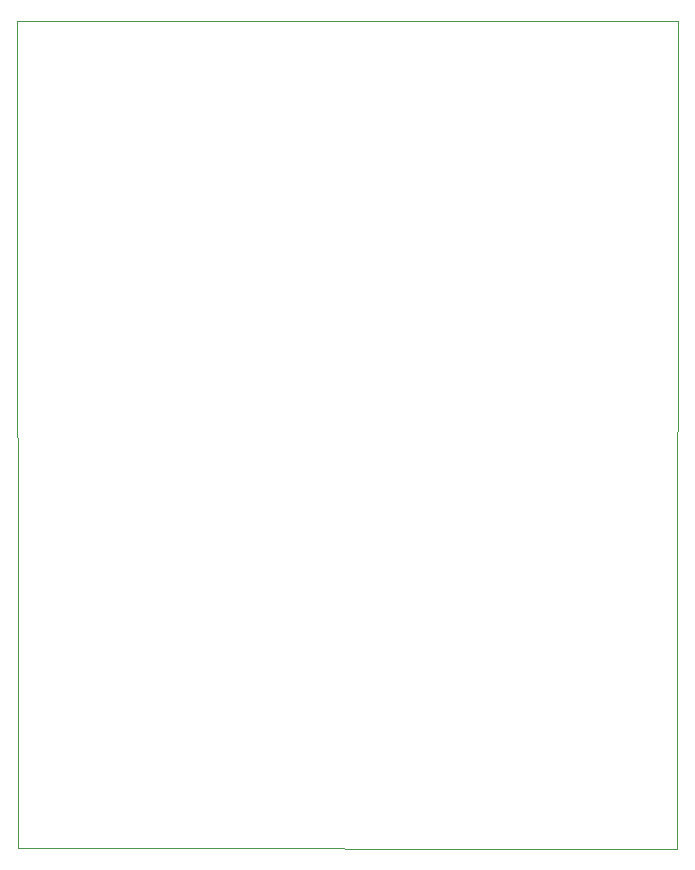
<source format=gbr>
%TF.GenerationSoftware,KiCad,Pcbnew,(6.0.9)*%
%TF.CreationDate,2023-01-25T17:31:36+01:00*%
%TF.ProjectId,sdrt41-tx,73647274-3431-42d7-9478-2e6b69636164,rev?*%
%TF.SameCoordinates,Original*%
%TF.FileFunction,Profile,NP*%
%FSLAX46Y46*%
G04 Gerber Fmt 4.6, Leading zero omitted, Abs format (unit mm)*
G04 Created by KiCad (PCBNEW (6.0.9)) date 2023-01-25 17:31:36*
%MOMM*%
%LPD*%
G01*
G04 APERTURE LIST*
%TA.AperFunction,Profile*%
%ADD10C,0.100000*%
%TD*%
G04 APERTURE END LIST*
D10*
X135900000Y-49950000D02*
X79950000Y-49950000D01*
X79950000Y-49950000D02*
X80000000Y-120000000D01*
X80000000Y-120000000D02*
X135850000Y-120050000D01*
X135850000Y-120050000D02*
X135900000Y-49950000D01*
M02*

</source>
